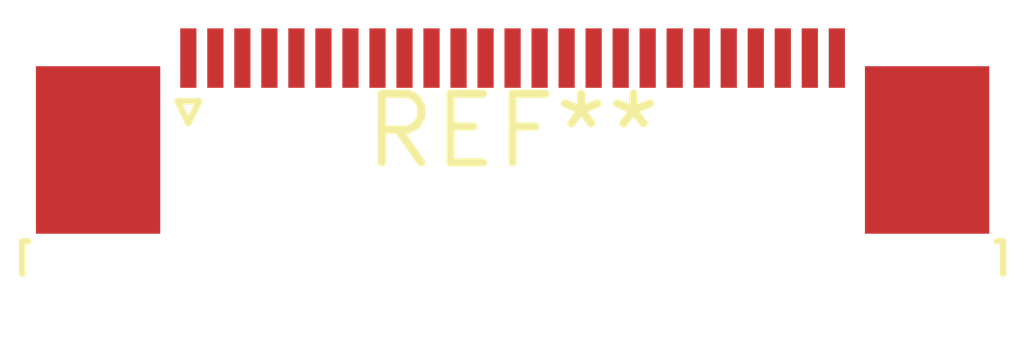
<source format=kicad_pcb>
(kicad_pcb (version 20240108) (generator pcbnew)
  (layers (0 "F.Cu" signal) (31 "B.Cu" signal) (34 "B.Paste" user) (35 "F.Paste" user) (36 "B.SilkS" user "B.Silkscreen") (37 "F.SilkS" user "F.Silkscreen") (38 "B.Mask" user) (39 "F.Mask" user) (44 "Edge.Cuts" user))
  (net 0 "")
  (footprint "TE_2-1734839-5_1x25-1MP_P0.5mm_Horizontal" (layer "F.Cu") (at 0 0)
    (property "Reference" "REF**")
    (property "Value" "PCB Edge")
    (fp_line (start -9.075 2.04) (end -9.075 2.64) (layer "F.SilkS") (stroke (width 0.12)))
    (fp_line (start -8.965 2.04) (end -9.075 2.04) (layer "F.SilkS") (stroke (width 0.12)))
    (fp_line (start -6.2 -0.55) (end -6 -0.15) (layer "F.SilkS") (stroke (width 0.12)))
    (fp_line (start -6 -0.15) (end -5.8 -0.55) (layer "F.SilkS") (stroke (width 0.12)))
    (fp_line (start -5.8 -0.55) (end -6.2 -0.55) (layer "F.SilkS") (stroke (width 0.12)))
    (fp_line (start 8.965 2.04) (end 9.075 2.04) (layer "F.SilkS") (stroke (width 0.12)))
    (fp_line (start 9.075 2.04) (end 9.075 2.64) (layer "F.SilkS") (stroke (width 0.12)))
    (pad "1" smd rect (at -6 -1.35) (size 0.3 1.1) (layers "F.Cu" "F.Paste" "F.Mask"))
    (pad "2" smd rect (at -5.5 -1.35) (size 0.3 1.1) (layers "F.Cu" "F.Paste" "F.Mask"))
    (pad "3" smd rect (at -5 -1.35) (size 0.3 1.1) (layers "F.Cu" "F.Paste" "F.Mask"))
    (pad "4" smd rect (at -4.5 -1.35) (size 0.3 1.1) (layers "F.Cu" "F.Paste" "F.Mask"))
    (pad "5" smd rect (at -4 -1.35) (size 0.3 1.1) (layers "F.Cu" "F.Paste" "F.Mask"))
    (pad "6" smd rect (at -3.5 -1.35) (size 0.3 1.1) (layers "F.Cu" "F.Paste" "F.Mask"))
    (pad "7" smd rect (at -3 -1.35) (size 0.3 1.1) (layers "F.Cu" "F.Paste" "F.Mask"))
    (pad "8" smd rect (at -2.5 -1.35) (size 0.3 1.1) (layers "F.Cu" "F.Paste" "F.Mask"))
    (pad "9" smd rect (at -2 -1.35) (size 0.3 1.1) (layers "F.Cu" "F.Paste" "F.Mask"))
    (pad "10" smd rect (at -1.5 -1.35) (size 0.3 1.1) (layers "F.Cu" "F.Paste" "F.Mask"))
    (pad "11" smd rect (at -1 -1.35) (size 0.3 1.1) (layers "F.Cu" "F.Paste" "F.Mask"))
    (pad "12" smd rect (at -0.5 -1.35) (size 0.3 1.1) (layers "F.Cu" "F.Paste" "F.Mask"))
    (pad "13" smd rect (at 0 -1.35) (size 0.3 1.1) (layers "F.Cu" "F.Paste" "F.Mask"))
    (pad "14" smd rect (at 0.5 -1.35) (size 0.3 1.1) (layers "F.Cu" "F.Paste" "F.Mask"))
    (pad "15" smd rect (at 1 -1.35) (size 0.3 1.1) (layers "F.Cu" "F.Paste" "F.Mask"))
    (pad "16" smd rect (at 1.5 -1.35) (size 0.3 1.1) (layers "F.Cu" "F.Paste" "F.Mask"))
    (pad "17" smd rect (at 2 -1.35) (size 0.3 1.1) (layers "F.Cu" "F.Paste" "F.Mask"))
    (pad "18" smd rect (at 2.5 -1.35) (size 0.3 1.1) (layers "F.Cu" "F.Paste" "F.Mask"))
    (pad "19" smd rect (at 3 -1.35) (size 0.3 1.1) (layers "F.Cu" "F.Paste" "F.Mask"))
    (pad "20" smd rect (at 3.5 -1.35) (size 0.3 1.1) (layers "F.Cu" "F.Paste" "F.Mask"))
    (pad "21" smd rect (at 4 -1.35) (size 0.3 1.1) (layers "F.Cu" "F.Paste" "F.Mask"))
    (pad "22" smd rect (at 4.5 -1.35) (size 0.3 1.1) (layers "F.Cu" "F.Paste" "F.Mask"))
    (pad "23" smd rect (at 5 -1.35) (size 0.3 1.1) (layers "F.Cu" "F.Paste" "F.Mask"))
    (pad "24" smd rect (at 5.5 -1.35) (size 0.3 1.1) (layers "F.Cu" "F.Paste" "F.Mask"))
    (pad "25" smd rect (at 6 -1.35) (size 0.3 1.1) (layers "F.Cu" "F.Paste" "F.Mask"))
    (pad "MP" smd rect (at -7.67 0.35) (size 2.3 3.1) (layers "F.Cu" "F.Paste" "F.Mask"))
    (pad "MP" smd rect (at 7.67 0.35) (size 2.3 3.1) (layers "F.Cu" "F.Paste" "F.Mask"))
  )
)
</source>
